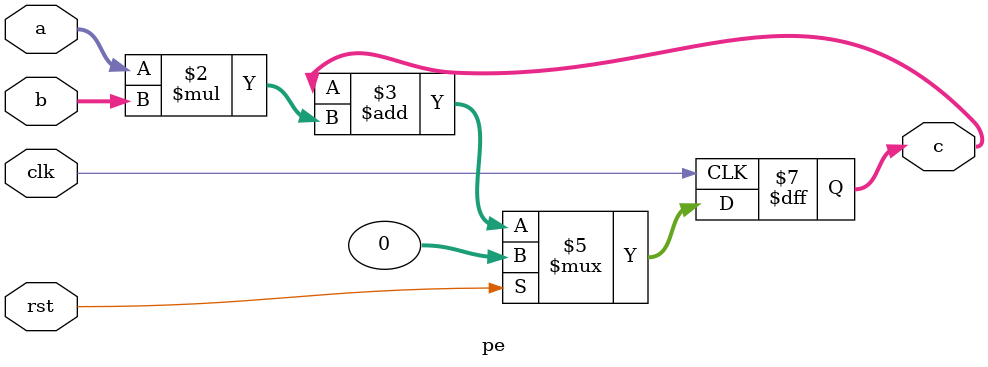
<source format=v>
module pe(
    input clk,
    input rst,
    input [31:0] a,
    input [31:0] b,
    output reg [31:0] c
);

    always @(posedge clk) begin
        if (rst) begin
            c <= 32'b0;
        end else begin
            c <= c + (a * b);
        end
    end

endmodule
</source>
